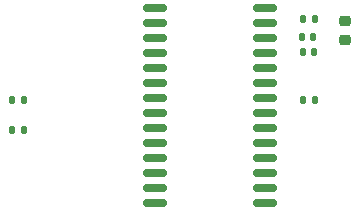
<source format=gbr>
%TF.GenerationSoftware,KiCad,Pcbnew,(6.0.0)*%
%TF.CreationDate,2022-01-19T10:56:35+01:00*%
%TF.ProjectId,CH423_ev_routed,43483432-335f-4657-965f-726f75746564,rev?*%
%TF.SameCoordinates,Original*%
%TF.FileFunction,Paste,Top*%
%TF.FilePolarity,Positive*%
%FSLAX46Y46*%
G04 Gerber Fmt 4.6, Leading zero omitted, Abs format (unit mm)*
G04 Created by KiCad (PCBNEW (6.0.0)) date 2022-01-19 10:56:35*
%MOMM*%
%LPD*%
G01*
G04 APERTURE LIST*
G04 Aperture macros list*
%AMRoundRect*
0 Rectangle with rounded corners*
0 $1 Rounding radius*
0 $2 $3 $4 $5 $6 $7 $8 $9 X,Y pos of 4 corners*
0 Add a 4 corners polygon primitive as box body*
4,1,4,$2,$3,$4,$5,$6,$7,$8,$9,$2,$3,0*
0 Add four circle primitives for the rounded corners*
1,1,$1+$1,$2,$3*
1,1,$1+$1,$4,$5*
1,1,$1+$1,$6,$7*
1,1,$1+$1,$8,$9*
0 Add four rect primitives between the rounded corners*
20,1,$1+$1,$2,$3,$4,$5,0*
20,1,$1+$1,$4,$5,$6,$7,0*
20,1,$1+$1,$6,$7,$8,$9,0*
20,1,$1+$1,$8,$9,$2,$3,0*%
G04 Aperture macros list end*
%ADD10RoundRect,0.135000X0.135000X0.185000X-0.135000X0.185000X-0.135000X-0.185000X0.135000X-0.185000X0*%
%ADD11RoundRect,0.140000X-0.140000X-0.170000X0.140000X-0.170000X0.140000X0.170000X-0.140000X0.170000X0*%
%ADD12RoundRect,0.218750X0.256250X-0.218750X0.256250X0.218750X-0.256250X0.218750X-0.256250X-0.218750X0*%
%ADD13RoundRect,0.150000X-0.875000X-0.150000X0.875000X-0.150000X0.875000X0.150000X-0.875000X0.150000X0*%
%ADD14RoundRect,0.135000X-0.135000X-0.185000X0.135000X-0.185000X0.135000X0.185000X-0.135000X0.185000X0*%
G04 APERTURE END LIST*
D10*
X118110000Y-61214000D03*
X117090000Y-61214000D03*
D11*
X117094000Y-64008000D03*
X118054000Y-64008000D03*
D12*
X120650000Y-62992000D03*
X120650000Y-61417000D03*
D10*
X93476000Y-68062000D03*
X92456000Y-68062000D03*
X93474000Y-70602000D03*
X92454000Y-70602000D03*
D13*
X104570000Y-60325000D03*
X104570000Y-61595000D03*
X104570000Y-62865000D03*
X104570000Y-64135000D03*
X104570000Y-65405000D03*
X104570000Y-66675000D03*
X104570000Y-67945000D03*
X104570000Y-69215000D03*
X104570000Y-70485000D03*
X104570000Y-71755000D03*
X104570000Y-73025000D03*
X104570000Y-74295000D03*
X104570000Y-75565000D03*
X104570000Y-76835000D03*
X113870000Y-76835000D03*
X113870000Y-75565000D03*
X113870000Y-74295000D03*
X113870000Y-73025000D03*
X113870000Y-71755000D03*
X113870000Y-70485000D03*
X113870000Y-69215000D03*
X113870000Y-67945000D03*
X113870000Y-66675000D03*
X113870000Y-65405000D03*
X113870000Y-64135000D03*
X113870000Y-62865000D03*
X113870000Y-61595000D03*
X113870000Y-60325000D03*
D14*
X117090000Y-68072000D03*
X118110000Y-68072000D03*
D11*
X117038000Y-62734000D03*
X117998000Y-62734000D03*
M02*

</source>
